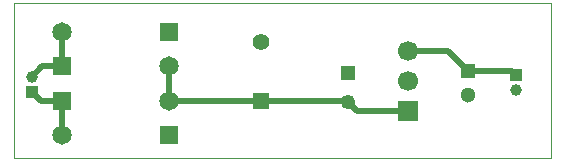
<source format=gtl>
G04*
G04 #@! TF.GenerationSoftware,Altium Limited,Altium Designer,21.6.1 (37)*
G04*
G04 Layer_Physical_Order=1*
G04 Layer_Color=255*
%FSLAX25Y25*%
%MOIN*%
G70*
G04*
G04 #@! TF.SameCoordinates,932B326A-3B8A-432E-9049-F9347913D85E*
G04*
G04*
G04 #@! TF.FilePolarity,Positive*
G04*
G01*
G75*
%ADD27C,0.02000*%
%ADD28C,0.06496*%
%ADD29R,0.06496X0.06496*%
%ADD30R,0.03937X0.03937*%
%ADD31C,0.03937*%
%ADD32C,0.05118*%
%ADD33R,0.05118X0.05118*%
%ADD34C,0.06693*%
%ADD35R,0.06693X0.06693*%
%ADD36C,0.04921*%
%ADD37R,0.04921X0.04921*%
%ADD38R,0.05512X0.05512*%
%ADD39C,0.05512*%
%ADD40C,0.00100*%
G54D27*
X97026Y128000D02*
X100526Y131500D01*
X107283D01*
X97000Y128000D02*
X97026D01*
X97000Y123000D02*
X100000Y120000D01*
X107283D01*
X202500Y119579D02*
X205579Y116500D01*
X222500D01*
X142717Y120000D02*
Y131500D01*
X173500Y120000D02*
X202500D01*
X142717D02*
X173500D01*
X242500Y129937D02*
X257063D01*
X258500Y128500D01*
X235937Y136500D02*
X242500Y129937D01*
X202500Y119579D02*
Y120000D01*
X222500Y136500D02*
X235937D01*
X107283Y108500D02*
X107283D01*
Y120000D01*
X107283Y131500D02*
X107283D01*
X107283D02*
Y143000D01*
G54D28*
X142717Y120000D02*
D03*
X107283Y108500D02*
D03*
X142717Y131500D02*
D03*
X107283Y143000D02*
D03*
G54D29*
X107283Y120000D02*
D03*
X142717Y108500D02*
D03*
X107283Y131500D02*
D03*
X142717Y143000D02*
D03*
G54D30*
X97000Y123000D02*
D03*
X258500Y128500D02*
D03*
G54D31*
X97000Y128000D02*
D03*
X258500Y123500D02*
D03*
G54D32*
X242500Y122063D02*
D03*
G54D33*
Y129937D02*
D03*
G54D34*
X222500Y136500D02*
D03*
Y126500D02*
D03*
G54D35*
Y116500D02*
D03*
G54D36*
X202500Y119579D02*
D03*
G54D37*
Y129421D02*
D03*
G54D38*
X173500Y120000D02*
D03*
G54D39*
Y139685D02*
D03*
G54D40*
X91000Y152500D02*
X270000D01*
Y101000D02*
Y152500D01*
X91000Y101000D02*
X270000D01*
X91000D02*
Y152500D01*
M02*

</source>
